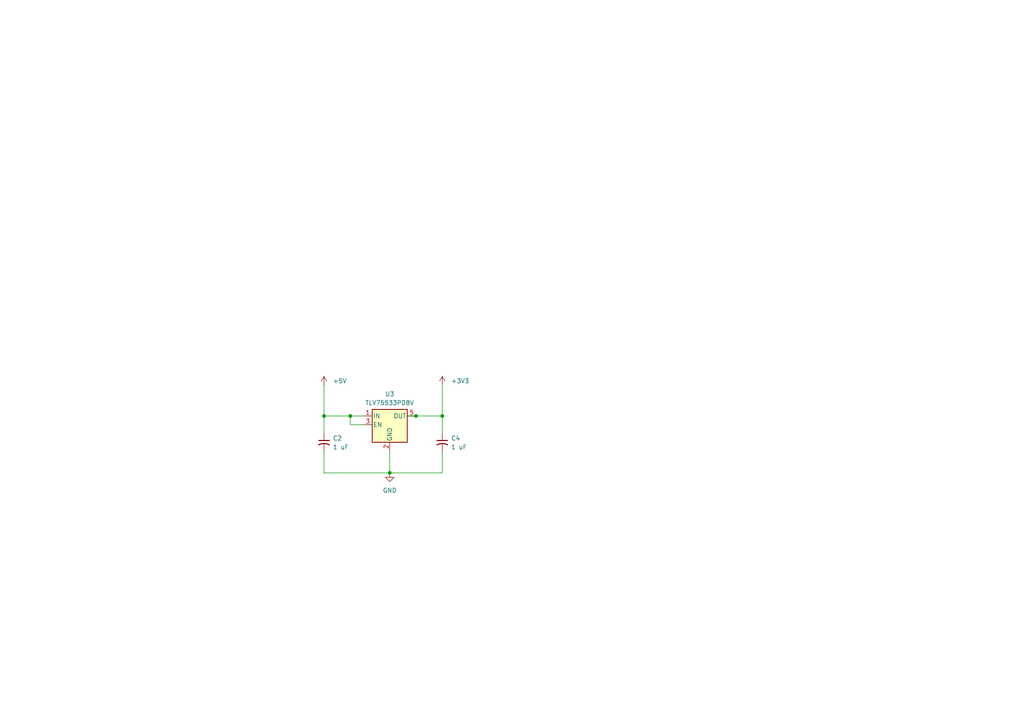
<source format=kicad_sch>
(kicad_sch (version 20250114) (generator "eeschema") (generator_version "9.0")
  (paper "A4")
  (title_block (title "Power") (date "2025-10-22") (rev "1"))
  (lib_symbols
    (symbol "Device:C_Small_US" (pin_numbers (hide yes)) (pin_names (offset 0.254) (hide yes))
      (property "Reference" "C" (at 0.254 1.778 0))
      (property "Value" "C_Small_US" (at 0.254 -2.032 0))
      (symbol "C_Small_US_0_1"
        (polyline (pts (xy -1.524 0.508) (xy 1.524 0.508)) (stroke (width 0.3048)))
        (arc (start -1.524 -0.762) (mid 0 -0.3734) (end 1.524 -0.762) (stroke (width 0.3048)))
      )
      (symbol "C_Small_US_1_1"
        (pin passive line (at 0 2.54 270) (length 2.032) (name "~") (number "1"))
        (pin passive line (at 0 -2.54 90) (length 2.032) (name "~") (number "2"))
      )
    )
    (symbol "Regulator_Linear:TLV75533PDBV" (pin_names (offset 0.254))
      (property "Reference" "U" (at -3.81 5.715 0))
      (property "Value" "TLV75533PDBV" (at 0 5.715 0))
      (symbol "TLV75533PDBV_0_1"
        (rectangle (start -5.08 4.445) (end 5.08 -5.08) (stroke (width 0.254)) (fill (type background)))
      )
      (symbol "TLV75533PDBV_1_1"
        (pin power_in line (at -7.62 2.54 0) (length 2.54) (name "IN") (number "1"))
        (pin input line (at -7.62 0 0) (length 2.54) (name "EN") (number "3"))
        (pin power_in line (at 0 -7.62 90) (length 2.54) (name "GND") (number "2"))
        (pin no_connect line (at 5.08 0 180) (length 2.54) (hide yes) (name "NC") (number "4"))
        (pin power_out line (at 7.62 2.54 180) (length 2.54) (name "OUT") (number "5"))
      )
    )
    (symbol "power:+3V3" (power) (pin_numbers (hide yes)) (pin_names (offset 0) (hide yes))
      (property "Value" "+3V3" (at 0 3.556 0))
      (symbol "+3V3_0_1"
        (polyline (pts (xy -0.762 1.27) (xy 0 2.54)))
        (polyline (pts (xy 0 2.54) (xy 0.762 1.27)))
        (polyline (pts (xy 0 0) (xy 0 2.54)))
      )
      (symbol "+3V3_1_1"
        (pin power_in line (at 0 0 90) (length 0) (name "~") (number "1"))
      )
    )
    (symbol "power:+5V" (power) (pin_numbers (hide yes)) (pin_names (offset 0) (hide yes))
      (property "Value" "+5V" (at 0 3.556 0))
      (symbol "+5V_0_1"
        (polyline (pts (xy -0.762 1.27) (xy 0 2.54)))
        (polyline (pts (xy 0 2.54) (xy 0.762 1.27)))
        (polyline (pts (xy 0 0) (xy 0 2.54)))
      )
      (symbol "+5V_1_1"
        (pin power_in line (at 0 0 90) (length 0) (name "~") (number "1"))
      )
    )
    (symbol "power:GND" (power) (pin_numbers (hide yes)) (pin_names (offset 0) (hide yes))
      (property "Value" "GND" (at 0 -3.81 0))
      (symbol "GND_0_1"
        (polyline (pts (xy 0 0) (xy 0 -1.27) (xy 1.27 -1.27) (xy 0 -2.54) (xy -1.27 -1.27) (xy 0 -1.27)))
      )
      (symbol "GND_1_1"
        (pin power_in line (at 0 0 270) (length 0) (name "~") (number "1"))
      )
    )
  )
  (junction (at 120.65 120.65))
  (junction (at 93.98 120.65))
  (junction (at 128.27 120.65))
  (junction (at 113.03 137.16))
  (junction (at 101.6 120.65))
  (wire (pts (xy 93.98 120.65) (xy 93.98 125.73)))
  (wire (pts (xy 93.98 111.76) (xy 93.98 120.65)))
  (wire (pts (xy 101.6 120.65) (xy 105.41 120.65)))
  (wire (pts (xy 105.41 123.19) (xy 101.6 123.19)))
  (wire (pts (xy 93.98 120.65) (xy 101.6 120.65)))
  (wire (pts (xy 118.11 120.65) (xy 120.65 120.65)))
  (wire (pts (xy 128.27 111.76) (xy 128.27 120.65)))
  (wire (pts (xy 93.98 130.81) (xy 93.98 137.16)))
  (wire (pts (xy 128.27 130.81) (xy 128.27 137.16)))
  (wire (pts (xy 113.03 137.16) (xy 113.03 130.81)))
  (wire (pts (xy 120.65 120.65) (xy 128.27 120.65)))
  (wire (pts (xy 128.27 120.65) (xy 128.27 125.73)))
  (wire (pts (xy 101.6 123.19) (xy 101.6 120.65)))
  (wire (pts (xy 113.03 137.16) (xy 128.27 137.16)))
  (wire (pts (xy 93.98 137.16) (xy 113.03 137.16)))
  (symbol (lib_id "Device:C_Small_US") (at 93.98 128.27 0) (unit 1)
    (property "Reference" "C2" (at 96.52 127.1269 0) (effects (justify left)))
    (property "Value" "1 uF" (at 96.52 129.6669 0) (effects (justify left)))
    (property "Footprint" "Capacitor_SMD:C_0805_2012Metric_Pad1.18x1.45mm_HandSolder" (effects (hide yes)))
  )
  (symbol (lib_id "Device:C_Small_US") (at 128.27 128.27 0) (unit 1)
    (property "Reference" "C4" (at 130.81 127.1269 0) (effects (justify left)))
    (property "Value" "1 uF" (at 130.81 129.6669 0) (effects (justify left)))
    (property "Footprint" "Capacitor_SMD:C_0805_2012Metric_Pad1.18x1.45mm_HandSolder" (effects (hide yes)))
  )
  (symbol (lib_id "power:GND") (at 113.03 137.16 0) (unit 1)
    (property "Reference" "#PWR04" (effects (hide yes)))
    (property "Value" "GND" (at 113.03 142.24 0))
    (property "Description" "Power symbol creates a global label with name \"GND\" , ground" (effects (hide yes)))
  )
  (symbol (lib_id "power:+5V") (at 93.98 111.76 0) (unit 1)
    (property "Reference" "#PWR021" (effects (hide yes)))
    (property "Value" "+5V" (at 96.52 110.4899 0) (effects (justify left)))
    (property "Description" "Power symbol creates a global label with name \"+5V\"" (effects (hide yes)))
  )
  (symbol (lib_id "power:+3V3") (at 128.27 111.76 0) (unit 1)
    (property "Reference" "#PWR022" (effects (hide yes)))
    (property "Value" "+3V3" (at 130.81 110.4899 0) (effects (justify left)))
    (property "Description" "Power symbol creates a global label with name \"+3V3\"" (effects (hide yes)))
  )
  (symbol (lib_id "Regulator_Linear:TLV75533PDBV") (at 113.03 123.19 0) (unit 1)
    (property "Reference" "U3" (at 113.03 114.3 0))
    (property "Value" "TLV75533PDBV" (at 113.03 116.84 0))
    (property "Footprint" "Package_TO_SOT_SMD:SOT-23-5" (effects (hide yes)))
    (property "Datasheet" "http://www.ti.com/lit/ds/symlink/tlv755p.pdf" (effects (hide yes)))
    (property "Description" "500mA Low Dropout Voltage Regulator, Fixed Output 3.3V, SOT-23-5" (effects (hide yes)))
  )
)
</source>
